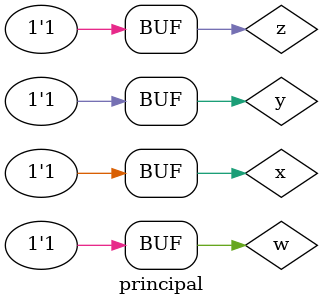
<source format=v>
module f (output s,
 input x, input y, input z, input w);
// definir dado local
 wire not_y;
 wire not_z;
 wire not_w;
 wire s1;
 wire s2;
// descrever por portas
 not NOT1 (not_y, y);
 not NOT2 (not_z, z);
 not NOT3 (not_w, w);
 or OR1(s2, not_y, not_w);
 or OR2(s1, s2, not_z);
and AND1(s, x, s1);
endmodule // f


module tt (output s,
 input x,
 input y,
 input w, 
 input z);
// descrever por expressao
 assign s = x&(~y|~w|~z);
endmodule // tt

module principal;
// ------------------------- definir dados
 reg x;
 reg y;
 reg w;
 reg z;
 wire a, b;
 f moduloA (a, x, y, w, z);
 tt moduloB (b, x, y, w, z);
// ------------------------- parte principal
 initial
 begin : main
 $display("   x    y    w    z    a    b");
 // projetar testes do modulo
 $monitor("%4b %4b %4b %4b %4b %4b", x, y, w, z, a, b);
 x = 1'b0; y = 1'b0; w = 1'b0; z = 1'b0;

 #1 x = 1'b0; y = 1'b0; w = 1'b0; z = 1'b0;
 #1 x = 1'b0; y = 1'b0; w = 1'b0; z = 1'b1;
 #1 x = 1'b0; y = 1'b0; w = 1'b1; z = 1'b0;
 #1 x = 1'b0; y = 1'b0; w = 1'b1; z = 1'b1;
 #1 x = 1'b0; y = 1'b1; w = 1'b0; z = 1'b0;
 #1 x = 1'b0; y = 1'b1; w = 1'b0; z = 1'b1;
 #1 x = 1'b0; y = 1'b1; w = 1'b1; z = 1'b0; 
 #1 x = 1'b0; y = 1'b1; w = 1'b1; z = 1'b1;
 #1 x = 1'b1; y = 1'b0; w = 1'b0; z = 1'b0;
 #1 x = 1'b1; y = 1'b0; w = 1'b0; z = 1'b1;
 #1 x = 1'b1; y = 1'b0; w = 1'b1; z = 1'b0;
 #1 x = 1'b1; y = 1'b0; w = 1'b1; z = 1'b1;
 #1 x = 1'b1; y = 1'b1; w = 1'b0; z = 1'b0;
 #1 x = 1'b1; y = 1'b1; w = 1'b0; z = 1'b1;
 #1 x = 1'b1; y = 1'b1; w = 1'b1; z = 1'b0;
 #1 x = 1'b1; y = 1'b1; w = 1'b1; z = 1'b1;
 end
endmodule 
</source>
